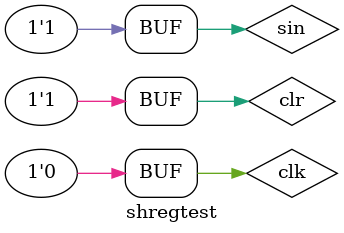
<source format=v>
module shreg(sin,clk,clr,sout);
input sin,clk,clr;
output reg[7:0] sout;
assign sout=8'b00000000;
always @(posedge clk or posedge clr)begin
if(~clr)begin
sout<={sin,sout[7:1]};
end
else
sout<= 8'b00000000;
end
endmodule

module shregtest;
reg clk,clr,sin;
wire[7:0] sout;
shreg test(sin,clk,clr,sout);
initial begin
clk=0;
repeat(18) #10 clk=~clk;
end
initial begin
repeat(9) begin
clr = 0;sin = 1;
#18;
clr=1;
end
end
endmodule

</source>
